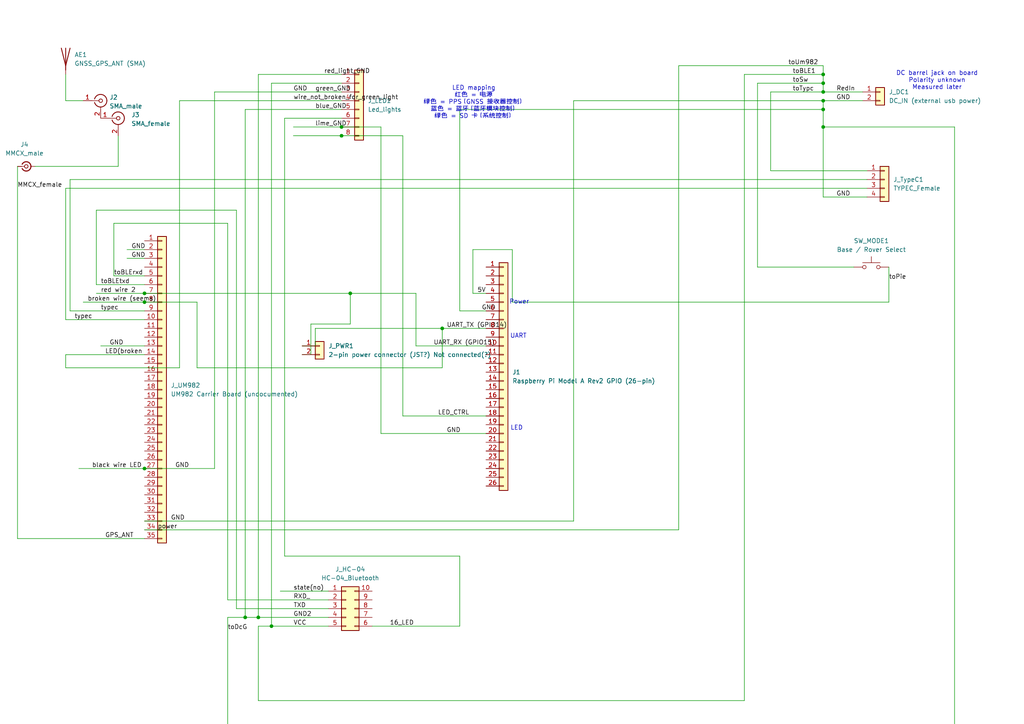
<source format=kicad_sch>
(kicad_sch (version 20250114) (generator "eeschema") (generator_version "9.0")
  (paper "A4")
  (lib_symbols
    (symbol "Connector:Conn_Coaxial" (pin_names (offset 1.016) (hide yes))
      (property "Reference" "J" (at 0.254 3.048 0))
      (property "Value" "Conn_Coaxial" (at 2.921 0 90))
      (symbol "Conn_Coaxial_0_1"
        (polyline (pts (xy -2.54 0) (xy -0.508 0)))
        (arc (start 1.778 0) (mid 0.222 -1.8079) (end -1.778 -0.508) (stroke (width 0.254)))
        (arc (start -1.778 0.508) (mid 0.2221 1.8084) (end 1.778 0) (stroke (width 0.254)))
        (circle (center 0 0) (radius 0.508) (stroke (width 0.2032)))
        (polyline (pts (xy 0 -2.54) (xy 0 -1.778)))
      )
      (symbol "Conn_Coaxial_1_1"
        (pin passive line (at -5.08 0 0) (length 2.54) (name "In") (number "1"))
        (pin passive line (at 0 -5.08 90) (length 2.54) (name "Ext") (number "2"))
      )
    )
    (symbol "Connector:Conn_Coaxial_Small" (pin_numbers (hide yes)) (pin_names (offset 1.016) (hide yes))
      (property "Reference" "J" (at 0.254 3.048 0))
      (property "Value" "Conn_Coaxial_Small" (at 0 -3.81 0))
      (symbol "Conn_Coaxial_Small_0_1"
        (polyline (pts (xy -2.54 0) (xy -0.508 0)))
        (circle (center 0 0) (radius 0.508) (stroke (width 0.2032)))
      )
      (symbol "Conn_Coaxial_Small_1_1"
        (arc (start 1.3484 0.0039) (mid 0.327 -1.308) (end -1.1916 -0.6311) (stroke (width 0.3048)))
        (arc (start -1.1916 0.6311) (mid 0.327 1.3081) (end 1.3484 -0.0039) (stroke (width 0.3048)))
        (pin passive line (at -2.54 0 0) (length 1.27) (name "In") (number "1"))
        (pin passive line (at 2.54 0 180) (length 1.27) (name "Ext") (number "2"))
      )
    )
    (symbol "Connector_Generic:Conn_01x02" (pin_names (offset 1.016) (hide yes))
      (property "Reference" "J" (at 0 2.54 0))
      (property "Value" "Conn_01x02" (at 0 -5.08 0))
      (symbol "Conn_01x02_1_1"
        (rectangle (start -1.27 1.27) (end 1.27 -3.81) (stroke (width 0.254)) (fill (type background)))
        (rectangle (start -1.27 0.127) (end 0 -0.127) (stroke (width 0.1524)))
        (rectangle (start -1.27 -2.413) (end 0 -2.667) (stroke (width 0.1524)))
        (pin passive line (at -5.08 0 0) (length 3.81) (name "Pin_1") (number "1"))
        (pin passive line (at -5.08 -2.54 0) (length 3.81) (name "Pin_2") (number "2"))
      )
    )
    (symbol "Connector_Generic:Conn_01x04" (pin_names (offset 1.016) (hide yes))
      (property "Reference" "J" (at 0 5.08 0))
      (property "Value" "Conn_01x04" (at 0 -7.62 0))
      (symbol "Conn_01x04_1_1"
        (rectangle (start -1.27 3.81) (end 1.27 -6.35) (stroke (width 0.254)) (fill (type background)))
        (rectangle (start -1.27 2.667) (end 0 2.413) (stroke (width 0.1524)))
        (rectangle (start -1.27 0.127) (end 0 -0.127) (stroke (width 0.1524)))
        (rectangle (start -1.27 -2.413) (end 0 -2.667) (stroke (width 0.1524)))
        (rectangle (start -1.27 -4.953) (end 0 -5.207) (stroke (width 0.1524)))
        (pin passive line (at -5.08 2.54 0) (length 3.81) (name "Pin_1") (number "1"))
        (pin passive line (at -5.08 0 0) (length 3.81) (name "Pin_2") (number "2"))
        (pin passive line (at -5.08 -2.54 0) (length 3.81) (name "Pin_3") (number "3"))
        (pin passive line (at -5.08 -5.08 0) (length 3.81) (name "Pin_4") (number "4"))
      )
    )
    (symbol "Connector_Generic:Conn_01x08" (pin_names (offset 1.016) (hide yes))
      (property "Reference" "J" (at 0 10.16 0))
      (property "Value" "Conn_01x08" (at 0 -12.7 0))
      (symbol "Conn_01x08_1_1"
        (rectangle (start -1.27 8.89) (end 1.27 -11.43) (stroke (width 0.254)) (fill (type background)))
        (rectangle (start -1.27 7.747) (end 0 7.493) (stroke (width 0.1524)))
        (rectangle (start -1.27 5.207) (end 0 4.953) (stroke (width 0.1524)))
        (rectangle (start -1.27 2.667) (end 0 2.413) (stroke (width 0.1524)))
        (rectangle (start -1.27 0.127) (end 0 -0.127) (stroke (width 0.1524)))
        (rectangle (start -1.27 -2.413) (end 0 -2.667) (stroke (width 0.1524)))
        (rectangle (start -1.27 -4.953) (end 0 -5.207) (stroke (width 0.1524)))
        (rectangle (start -1.27 -7.493) (end 0 -7.747) (stroke (width 0.1524)))
        (rectangle (start -1.27 -10.033) (end 0 -10.287) (stroke (width 0.1524)))
        (pin passive line (at -5.08 7.62 0) (length 3.81) (name "Pin_1") (number "1"))
        (pin passive line (at -5.08 5.08 0) (length 3.81) (name "Pin_2") (number "2"))
        (pin passive line (at -5.08 2.54 0) (length 3.81) (name "Pin_3") (number "3"))
        (pin passive line (at -5.08 0 0) (length 3.81) (name "Pin_4") (number "4"))
        (pin passive line (at -5.08 -2.54 0) (length 3.81) (name "Pin_5") (number "5"))
        (pin passive line (at -5.08 -5.08 0) (length 3.81) (name "Pin_6") (number "6"))
        (pin passive line (at -5.08 -7.62 0) (length 3.81) (name "Pin_7") (number "7"))
        (pin passive line (at -5.08 -10.16 0) (length 3.81) (name "Pin_8") (number "8"))
      )
    )
    (symbol "Connector_Generic:Conn_01x26" (pin_names (offset 1.016) (hide yes))
      (property "Reference" "J" (at 0 33.02 0))
      (property "Value" "Conn_01x26" (at 0 -35.56 0))
      (symbol "Conn_01x26_1_1"
        (rectangle (start -1.27 31.75) (end 1.27 -34.29) (stroke (width 0.254)) (fill (type background)))
        (rectangle (start -1.27 30.607) (end 0 30.353) (stroke (width 0.1524)))
        (rectangle (start -1.27 28.067) (end 0 27.813) (stroke (width 0.1524)))
        (rectangle (start -1.27 25.527) (end 0 25.273) (stroke (width 0.1524)))
        (rectangle (start -1.27 22.987) (end 0 22.733) (stroke (width 0.1524)))
        (rectangle (start -1.27 20.447) (end 0 20.193) (stroke (width 0.1524)))
        (rectangle (start -1.27 17.907) (end 0 17.653) (stroke (width 0.1524)))
        (rectangle (start -1.27 15.367) (end 0 15.113) (stroke (width 0.1524)))
        (rectangle (start -1.27 12.827) (end 0 12.573) (stroke (width 0.1524)))
        (rectangle (start -1.27 10.287) (end 0 10.033) (stroke (width 0.1524)))
        (rectangle (start -1.27 7.747) (end 0 7.493) (stroke (width 0.1524)))
        (rectangle (start -1.27 5.207) (end 0 4.953) (stroke (width 0.1524)))
        (rectangle (start -1.27 2.667) (end 0 2.413) (stroke (width 0.1524)))
        (rectangle (start -1.27 0.127) (end 0 -0.127) (stroke (width 0.1524)))
        (rectangle (start -1.27 -2.413) (end 0 -2.667) (stroke (width 0.1524)))
        (rectangle (start -1.27 -4.953) (end 0 -5.207) (stroke (width 0.1524)))
        (rectangle (start -1.27 -7.493) (end 0 -7.747) (stroke (width 0.1524)))
        (rectangle (start -1.27 -10.033) (end 0 -10.287) (stroke (width 0.1524)))
        (rectangle (start -1.27 -12.573) (end 0 -12.827) (stroke (width 0.1524)))
        (rectangle (start -1.27 -15.113) (end 0 -15.367) (stroke (width 0.1524)))
        (rectangle (start -1.27 -17.653) (end 0 -17.907) (stroke (width 0.1524)))
        (rectangle (start -1.27 -20.193) (end 0 -20.447) (stroke (width 0.1524)))
        (rectangle (start -1.27 -22.733) (end 0 -22.987) (stroke (width 0.1524)))
        (rectangle (start -1.27 -25.273) (end 0 -25.527) (stroke (width 0.1524)))
        (rectangle (start -1.27 -27.813) (end 0 -28.067) (stroke (width 0.1524)))
        (rectangle (start -1.27 -30.353) (end 0 -30.607) (stroke (width 0.1524)))
        (rectangle (start -1.27 -32.893) (end 0 -33.147) (stroke (width 0.1524)))
        (pin passive line (at -5.08 30.48 0) (length 3.81) (name "Pin_1") (number "1"))
        (pin passive line (at -5.08 27.94 0) (length 3.81) (name "Pin_2") (number "2"))
        (pin passive line (at -5.08 25.4 0) (length 3.81) (name "Pin_3") (number "3"))
        (pin passive line (at -5.08 22.86 0) (length 3.81) (name "Pin_4") (number "4"))
        (pin passive line (at -5.08 20.32 0) (length 3.81) (name "Pin_5") (number "5"))
        (pin passive line (at -5.08 17.78 0) (length 3.81) (name "Pin_6") (number "6"))
        (pin passive line (at -5.08 15.24 0) (length 3.81) (name "Pin_7") (number "7"))
        (pin passive line (at -5.08 12.7 0) (length 3.81) (name "Pin_8") (number "8"))
        (pin passive line (at -5.08 10.16 0) (length 3.81) (name "Pin_9") (number "9"))
        (pin passive line (at -5.08 7.62 0) (length 3.81) (name "Pin_10") (number "10"))
        (pin passive line (at -5.08 5.08 0) (length 3.81) (name "Pin_11") (number "11"))
        (pin passive line (at -5.08 2.54 0) (length 3.81) (name "Pin_12") (number "12"))
        (pin passive line (at -5.08 0 0) (length 3.81) (name "Pin_13") (number "13"))
        (pin passive line (at -5.08 -2.54 0) (length 3.81) (name "Pin_14") (number "14"))
        (pin passive line (at -5.08 -5.08 0) (length 3.81) (name "Pin_15") (number "15"))
        (pin passive line (at -5.08 -7.62 0) (length 3.81) (name "Pin_16") (number "16"))
        (pin passive line (at -5.08 -10.16 0) (length 3.81) (name "Pin_17") (number "17"))
        (pin passive line (at -5.08 -12.7 0) (length 3.81) (name "Pin_18") (number "18"))
        (pin passive line (at -5.08 -15.24 0) (length 3.81) (name "Pin_19") (number "19"))
        (pin passive line (at -5.08 -17.78 0) (length 3.81) (name "Pin_20") (number "20"))
        (pin passive line (at -5.08 -20.32 0) (length 3.81) (name "Pin_21") (number "21"))
        (pin passive line (at -5.08 -22.86 0) (length 3.81) (name "Pin_22") (number "22"))
        (pin passive line (at -5.08 -25.4 0) (length 3.81) (name "Pin_23") (number "23"))
        (pin passive line (at -5.08 -27.94 0) (length 3.81) (name "Pin_24") (number "24"))
        (pin passive line (at -5.08 -30.48 0) (length 3.81) (name "Pin_25") (number "25"))
        (pin passive line (at -5.08 -33.02 0) (length 3.81) (name "Pin_26") (number "26"))
      )
    )
    (symbol "Connector_Generic:Conn_01x35" (pin_names (offset 1.016) (hide yes))
      (property "Reference" "J" (at 0 45.72 0))
      (property "Value" "Conn_01x35" (at 0 -45.72 0))
      (symbol "Conn_01x35_1_1"
        (rectangle (start -1.27 44.45) (end 1.27 -44.45) (stroke (width 0.254)) (fill (type background)))
        (rectangle (start -1.27 43.307) (end 0 43.053) (stroke (width 0.1524)))
        (rectangle (start -1.27 40.767) (end 0 40.513) (stroke (width 0.1524)))
        (rectangle (start -1.27 38.227) (end 0 37.973) (stroke (width 0.1524)))
        (rectangle (start -1.27 35.687) (end 0 35.433) (stroke (width 0.1524)))
        (rectangle (start -1.27 33.147) (end 0 32.893) (stroke (width 0.1524)))
        (rectangle (start -1.27 30.607) (end 0 30.353) (stroke (width 0.1524)))
        (rectangle (start -1.27 28.067) (end 0 27.813) (stroke (width 0.1524)))
        (rectangle (start -1.27 25.527) (end 0 25.273) (stroke (width 0.1524)))
        (rectangle (start -1.27 22.987) (end 0 22.733) (stroke (width 0.1524)))
        (rectangle (start -1.27 20.447) (end 0 20.193) (stroke (width 0.1524)))
        (rectangle (start -1.27 17.907) (end 0 17.653) (stroke (width 0.1524)))
        (rectangle (start -1.27 15.367) (end 0 15.113) (stroke (width 0.1524)))
        (rectangle (start -1.27 12.827) (end 0 12.573) (stroke (width 0.1524)))
        (rectangle (start -1.27 10.287) (end 0 10.033) (stroke (width 0.1524)))
        (rectangle (start -1.27 7.747) (end 0 7.493) (stroke (width 0.1524)))
        (rectangle (start -1.27 5.207) (end 0 4.953) (stroke (width 0.1524)))
        (rectangle (start -1.27 2.667) (end 0 2.413) (stroke (width 0.1524)))
        (rectangle (start -1.27 0.127) (end 0 -0.127) (stroke (width 0.1524)))
        (rectangle (start -1.27 -2.413) (end 0 -2.667) (stroke (width 0.1524)))
        (rectangle (start -1.27 -4.953) (end 0 -5.207) (stroke (width 0.1524)))
        (rectangle (start -1.27 -7.493) (end 0 -7.747) (stroke (width 0.1524)))
        (rectangle (start -1.27 -10.033) (end 0 -10.287) (stroke (width 0.1524)))
        (rectangle (start -1.27 -12.573) (end 0 -12.827) (stroke (width 0.1524)))
        (rectangle (start -1.27 -15.113) (end 0 -15.367) (stroke (width 0.1524)))
        (rectangle (start -1.27 -17.653) (end 0 -17.907) (stroke (width 0.1524)))
        (rectangle (start -1.27 -20.193) (end 0 -20.447) (stroke (width 0.1524)))
        (rectangle (start -1.27 -22.733) (end 0 -22.987) (stroke (width 0.1524)))
        (rectangle (start -1.27 -25.273) (end 0 -25.527) (stroke (width 0.1524)))
        (rectangle (start -1.27 -27.813) (end 0 -28.067) (stroke (width 0.1524)))
        (rectangle (start -1.27 -30.353) (end 0 -30.607) (stroke (width 0.1524)))
        (rectangle (start -1.27 -32.893) (end 0 -33.147) (stroke (width 0.1524)))
        (rectangle (start -1.27 -35.433) (end 0 -35.687) (stroke (width 0.1524)))
        (rectangle (start -1.27 -37.973) (end 0 -38.227) (stroke (width 0.1524)))
        (rectangle (start -1.27 -40.513) (end 0 -40.767) (stroke (width 0.1524)))
        (rectangle (start -1.27 -43.053) (end 0 -43.307) (stroke (width 0.1524)))
        (pin passive line (at -5.08 43.18 0) (length 3.81) (name "Pin_1") (number "1"))
        (pin passive line (at -5.08 40.64 0) (length 3.81) (name "Pin_2") (number "2"))
        (pin passive line (at -5.08 38.1 0) (length 3.81) (name "Pin_3") (number "3"))
        (pin passive line (at -5.08 35.56 0) (length 3.81) (name "Pin_4") (number "4"))
        (pin passive line (at -5.08 33.02 0) (length 3.81) (name "Pin_5") (number "5"))
        (pin passive line (at -5.08 30.48 0) (length 3.81) (name "Pin_6") (number "6"))
        (pin passive line (at -5.08 27.94 0) (length 3.81) (name "Pin_7") (number "7"))
        (pin passive line (at -5.08 25.4 0) (length 3.81) (name "Pin_8") (number "8"))
        (pin passive line (at -5.08 22.86 0) (length 3.81) (name "Pin_9") (number "9"))
        (pin passive line (at -5.08 20.32 0) (length 3.81) (name "Pin_10") (number "10"))
        (pin passive line (at -5.08 17.78 0) (length 3.81) (name "Pin_11") (number "11"))
        (pin passive line (at -5.08 15.24 0) (length 3.81) (name "Pin_12") (number "12"))
        (pin passive line (at -5.08 12.7 0) (length 3.81) (name "Pin_13") (number "13"))
        (pin passive line (at -5.08 10.16 0) (length 3.81) (name "Pin_14") (number "14"))
        (pin passive line (at -5.08 7.62 0) (length 3.81) (name "Pin_15") (number "15"))
        (pin passive line (at -5.08 5.08 0) (length 3.81) (name "Pin_16") (number "16"))
        (pin passive line (at -5.08 2.54 0) (length 3.81) (name "Pin_17") (number "17"))
        (pin passive line (at -5.08 0 0) (length 3.81) (name "Pin_18") (number "18"))
        (pin passive line (at -5.08 -2.54 0) (length 3.81) (name "Pin_19") (number "19"))
        (pin passive line (at -5.08 -5.08 0) (length 3.81) (name "Pin_20") (number "20"))
        (pin passive line (at -5.08 -7.62 0) (length 3.81) (name "Pin_21") (number "21"))
        (pin passive line (at -5.08 -10.16 0) (length 3.81) (name "Pin_22") (number "22"))
        (pin passive line (at -5.08 -12.7 0) (length 3.81) (name "Pin_23") (number "23"))
        (pin passive line (at -5.08 -15.24 0) (length 3.81) (name "Pin_24") (number "24"))
        (pin passive line (at -5.08 -17.78 0) (length 3.81) (name "Pin_25") (number "25"))
        (pin passive line (at -5.08 -20.32 0) (length 3.81) (name "Pin_26") (number "26"))
        (pin passive line (at -5.08 -22.86 0) (length 3.81) (name "Pin_27") (number "27"))
        (pin passive line (at -5.08 -25.4 0) (length 3.81) (name "Pin_28") (number "28"))
        (pin passive line (at -5.08 -27.94 0) (length 3.81) (name "Pin_29") (number "29"))
        (pin passive line (at -5.08 -30.48 0) (length 3.81) (name "Pin_30") (number "30"))
        (pin passive line (at -5.08 -33.02 0) (length 3.81) (name "Pin_31") (number "31"))
        (pin passive line (at -5.08 -35.56 0) (length 3.81) (name "Pin_32") (number "32"))
        (pin passive line (at -5.08 -38.1 0) (length 3.81) (name "Pin_33") (number "33"))
        (pin passive line (at -5.08 -40.64 0) (length 3.81) (name "Pin_34") (number "34"))
        (pin passive line (at -5.08 -43.18 0) (length 3.81) (name "Pin_35") (number "35"))
      )
    )
    (symbol "Connector_Generic:Conn_02x05_Counter_Clockwise" (pin_names (offset 1.016) (hide yes))
      (property "Reference" "J" (at 1.27 7.62 0))
      (property "Value" "Conn_02x05_Counter_Clockwise" (at 1.27 -7.62 0))
      (symbol "Conn_02x05_Counter_Clockwise_1_1"
        (rectangle (start -1.27 6.35) (end 3.81 -6.35) (stroke (width 0.254)) (fill (type background)))
        (rectangle (start -1.27 5.207) (end 0 4.953) (stroke (width 0.1524)))
        (rectangle (start -1.27 2.667) (end 0 2.413) (stroke (width 0.1524)))
        (rectangle (start -1.27 0.127) (end 0 -0.127) (stroke (width 0.1524)))
        (rectangle (start -1.27 -2.413) (end 0 -2.667) (stroke (width 0.1524)))
        (rectangle (start -1.27 -4.953) (end 0 -5.207) (stroke (width 0.1524)))
        (rectangle (start 3.81 5.207) (end 2.54 4.953) (stroke (width 0.1524)))
        (rectangle (start 3.81 2.667) (end 2.54 2.413) (stroke (width 0.1524)))
        (rectangle (start 3.81 0.127) (end 2.54 -0.127) (stroke (width 0.1524)))
        (rectangle (start 3.81 -2.413) (end 2.54 -2.667) (stroke (width 0.1524)))
        (rectangle (start 3.81 -4.953) (end 2.54 -5.207) (stroke (width 0.1524)))
        (pin passive line (at -5.08 5.08 0) (length 3.81) (name "Pin_1") (number "1"))
        (pin passive line (at -5.08 2.54 0) (length 3.81) (name "Pin_2") (number "2"))
        (pin passive line (at -5.08 0 0) (length 3.81) (name "Pin_3") (number "3"))
        (pin passive line (at -5.08 -2.54 0) (length 3.81) (name "Pin_4") (number "4"))
        (pin passive line (at -5.08 -5.08 0) (length 3.81) (name "Pin_5") (number "5"))
        (pin passive line (at 7.62 5.08 180) (length 3.81) (name "Pin_10") (number "10"))
        (pin passive line (at 7.62 2.54 180) (length 3.81) (name "Pin_9") (number "9"))
        (pin passive line (at 7.62 0 180) (length 3.81) (name "Pin_8") (number "8"))
        (pin passive line (at 7.62 -2.54 180) (length 3.81) (name "Pin_7") (number "7"))
        (pin passive line (at 7.62 -5.08 180) (length 3.81) (name "Pin_6") (number "6"))
      )
    )
    (symbol "Device:Antenna" (pin_numbers (hide yes)) (pin_names (offset 1.016) (hide yes))
      (property "Reference" "AE" (at -1.905 1.905 0))
      (property "Value" "Antenna" (at -1.905 0 0))
      (symbol "Antenna_0_1"
        (polyline (pts (xy 0 2.54) (xy 0 -3.81)) (stroke (width 0.254)))
        (polyline (pts (xy 1.27 2.54) (xy 0 -2.54) (xy -1.27 2.54)) (stroke (width 0.254)))
      )
      (symbol "Antenna_1_1"
        (pin input line (at 0 -5.08 90) (length 2.54) (name "A") (number "1"))
      )
    )
    (symbol "Switch:SW_Push" (pin_numbers (hide yes)) (pin_names (offset 1.016) (hide yes))
      (property "Reference" "SW" (at 1.27 2.54 0))
      (property "Value" "SW_Push" (at 0 -1.524 0))
      (symbol "SW_Push_0_1"
        (circle (center -2.032 0) (radius 0.508))
        (polyline (pts (xy 0 1.27) (xy 0 3.048)))
        (circle (center 2.032 0) (radius 0.508))
        (polyline (pts (xy 2.54 1.27) (xy -2.54 1.27)))
        (pin passive line (at -5.08 0 0) (length 2.54) (name "1") (number "1"))
        (pin passive line (at 5.08 0 180) (length 2.54) (name "2") (number "2"))
      )
    )
  )
  (text "LED mapping\n红色 = 电源\n绿色 = PPS（GNSS 接收器控制）\n蓝色 = 蓝牙（蓝牙模块控制）\n绿色 = SD 卡（系统控制）" (at 137.414 29.718 0) (effects (font (size 1.27 1.27))))
  (text "Power" (at 150.622 87.63 0) (effects (font (size 1.27 1.27))))
  (text "DC barrel jack on board\nPolarity unknown\nMeasured later" (at 271.78 23.368 0) (effects (font (size 1.27 1.27))))
  (text ". LIME LED（存储卡读写指示灯）\n闪烁模式	状态	含义\n频繁闪烁	读写中	SD 卡正在读写数据\n偶尔闪烁	正常	系统正常访问 SD 卡\n不亮	空闲	SD 卡无活动\n常亮	异常	可能卡住或错误" (at 127.508 -54.356 0) (effects (font (size 1.27 1.27))))
  (text "（yes）所有电源红线已入图x4 \n（yes）switch 所有线已经入图\n(yes) Led已全部入图\n（yes）bluetooth 入图\n（yes） switch black 线x4\n（yes）respie 6x\n( )um982\n" (at 324.866 60.452 0) (effects (font (size 1.27 1.27))))
  (text "1. 红色 LED（电源指示灯）\n闪烁模式	状态	含义\n常亮	正常	系统已通电，电源正常\n不亮	异常	无电源或电源故障\n闪烁	异常	电源不稳定或电压异常" (at 129.794 -24.13 0) (effects (font (size 1.27 1.27))))
  (text "UART" (at 150.368 97.536 0) (effects (font (size 1.27 1.27))))
  (text ". 蓝色 LED（蓝牙指示灯）\n闪烁模式	状态	含义\n常亮	已连接	蓝牙已连接设备\n快速闪烁	未连接	蓝牙开启但未连接\n慢速闪烁	配对模式	蓝牙处于配对模式\n不亮	关闭	蓝牙未开启或禁用\n双闪	错误	蓝牙连接错误" (at 131.064 -37.846 0) (effects (font (size 1.27 1.27))))
  (text "Green Led: 闪烁模式	状态	含义\n常亮	正常	PPS 信号稳定，GNSS 锁定\n每秒闪烁 1 次	正常	PPS 信号正常（每秒一个脉冲）\n快速闪烁	搜索中	GNSS 正在搜索卫星\n慢速闪烁	弱信号	信号较弱，但仍有 PPS\n不亮	无信号	无 GNSS 信号或接收器未工作\n不规则闪烁	不稳定	PPS 信号不稳定" (at 137.922 -9.906 0) (effects (font (size 1.27 1.27))))
  (text "LED" (at 149.86 124.206 0) (effects (font (size 1.27 1.27))))
  (junction (at 238.76 26.67))
  (junction (at 41.91 85.09))
  (junction (at 78.74 181.61))
  (junction (at 41.91 87.63))
  (junction (at 238.76 31.75))
  (junction (at 99.06 36.83))
  (junction (at 74.93 179.07))
  (junction (at 238.76 29.21))
  (junction (at 238.76 36.83))
  (junction (at 128.27 95.25))
  (junction (at 41.91 135.89))
  (junction (at 99.06 39.37))
  (junction (at 71.12 179.07))
  (junction (at 101.6 85.09))
  (junction (at 238.76 24.13))
  (junction (at 238.76 21.59))
  (wire (pts (xy 74.93 21.59) (xy 99.06 21.59)))
  (wire (pts (xy 238.76 26.67) (xy 238.76 24.13)))
  (wire (pts (xy 20.32 90.17) (xy 20.32 52.07)))
  (wire (pts (xy 101.6 85.09) (xy 101.6 93.98)))
  (wire (pts (xy 20.32 52.07) (xy 251.46 52.07)))
  (wire (pts (xy 110.49 36.83) (xy 110.49 125.73)))
  (wire (pts (xy 68.58 60.96) (xy 68.58 176.53)))
  (wire (pts (xy 19.05 21.59) (xy 19.05 29.21)))
  (wire (pts (xy 74.93 181.61) (xy 78.74 181.61)))
  (wire (pts (xy 19.05 54.61) (xy 251.46 54.61)))
  (wire (pts (xy 27.94 60.96) (xy 68.58 60.96)))
  (wire (pts (xy 196.85 19.05) (xy 196.85 153.67)))
  (wire (pts (xy 62.23 26.67) (xy 99.06 26.67)))
  (wire (pts (xy 120.65 100.33) (xy 140.97 100.33)))
  (wire (pts (xy 223.52 26.67) (xy 223.52 49.53)))
  (wire (pts (xy 90.17 102.87) (xy 87.63 102.87)))
  (wire (pts (xy 91.44 100.33) (xy 87.63 100.33)))
  (wire (pts (xy 238.76 24.13) (xy 219.71 24.13)))
  (wire (pts (xy 101.6 85.09) (xy 120.65 85.09)))
  (wire (pts (xy 74.93 21.59) (xy 74.93 179.07)))
  (wire (pts (xy 33.02 64.77) (xy 66.04 64.77)))
  (wire (pts (xy 128.27 95.25) (xy 140.97 95.25)))
  (wire (pts (xy 219.71 24.13) (xy 219.71 77.47)))
  (wire (pts (xy 27.94 82.55) (xy 27.94 60.96)))
  (wire (pts (xy 82.55 34.29) (xy 99.06 34.29)))
  (wire (pts (xy 52.07 29.21) (xy 52.07 106.68)))
  (wire (pts (xy 137.16 85.09) (xy 137.16 72.39)))
  (wire (pts (xy 66.04 226.06) (xy 276.86 226.06)))
  (wire (pts (xy 52.07 106.68) (xy 19.05 106.68)))
  (wire (pts (xy 215.9 21.59) (xy 215.9 203.2)))
  (wire (pts (xy 71.12 179.07) (xy 74.93 179.07)))
  (wire (pts (xy 133.35 31.75) (xy 238.76 31.75)))
  (wire (pts (xy 133.35 90.17) (xy 140.97 90.17)))
  (wire (pts (xy 110.49 125.73) (xy 140.97 125.73)))
  (wire (pts (xy 33.02 80.01) (xy 41.91 80.01)))
  (wire (pts (xy 196.85 19.05) (xy 238.76 19.05)))
  (wire (pts (xy 20.32 90.17) (xy 41.91 90.17)))
  (wire (pts (xy 238.76 26.67) (xy 250.19 26.67)))
  (wire (pts (xy 91.44 100.33) (xy 91.44 95.25)))
  (wire (pts (xy 166.37 29.21) (xy 166.37 151.13)))
  (wire (pts (xy 62.23 26.67) (xy 62.23 135.89)))
  (wire (pts (xy 41.91 153.67) (xy 196.85 153.67)))
  (wire (pts (xy 36.83 74.93) (xy 41.91 74.93)))
  (wire (pts (xy 66.04 179.07) (xy 71.12 179.07)))
  (wire (pts (xy 36.83 72.39) (xy 41.91 72.39)))
  (wire (pts (xy 238.76 57.15) (xy 251.46 57.15)))
  (wire (pts (xy 34.29 39.37) (xy 34.29 48.26)))
  (wire (pts (xy 219.71 77.47) (xy 247.65 77.47)))
  (wire (pts (xy 29.21 100.33) (xy 41.91 100.33)))
  (wire (pts (xy 257.81 87.63) (xy 257.81 77.47)))
  (wire (pts (xy 133.35 161.29) (xy 133.35 181.61)))
  (wire (pts (xy 148.59 72.39) (xy 148.59 87.63)))
  (wire (pts (xy 68.58 176.53) (xy 95.25 176.53)))
  (wire (pts (xy 82.55 34.29) (xy 82.55 161.29)))
  (wire (pts (xy 27.94 85.09) (xy 41.91 85.09)))
  (wire (pts (xy 66.04 179.07) (xy 66.04 226.06)))
  (wire (pts (xy 81.28 171.45) (xy 95.25 171.45)))
  (wire (pts (xy 223.52 49.53) (xy 251.46 49.53)))
  (wire (pts (xy 148.59 87.63) (xy 257.81 87.63)))
  (wire (pts (xy 91.44 95.25) (xy 128.27 95.25)))
  (wire (pts (xy 52.07 29.21) (xy 99.06 29.21)))
  (wire (pts (xy 276.86 36.83) (xy 238.76 36.83)))
  (wire (pts (xy 238.76 19.05) (xy 238.76 21.59)))
  (wire (pts (xy 99.06 39.37) (xy 116.84 39.37)))
  (wire (pts (xy 215.9 21.59) (xy 238.76 21.59)))
  (wire (pts (xy 166.37 29.21) (xy 238.76 29.21)))
  (wire (pts (xy 5.08 156.21) (xy 41.91 156.21)))
  (wire (pts (xy 57.15 106.68) (xy 128.27 106.68)))
  (wire (pts (xy 99.06 36.83) (xy 110.49 36.83)))
  (wire (pts (xy 5.08 48.26) (xy 5.08 156.21)))
  (wire (pts (xy 238.76 29.21) (xy 238.76 31.75)))
  (wire (pts (xy 215.9 203.2) (xy 74.93 203.2)))
  (wire (pts (xy 74.93 203.2) (xy 74.93 181.61)))
  (wire (pts (xy 82.55 161.29) (xy 133.35 161.29)))
  (wire (pts (xy 107.95 181.61) (xy 133.35 181.61)))
  (wire (pts (xy 116.84 39.37) (xy 116.84 120.65)))
  (wire (pts (xy 19.05 29.21) (xy 24.13 29.21)))
  (wire (pts (xy 238.76 21.59) (xy 238.76 24.13)))
  (wire (pts (xy 33.02 80.01) (xy 33.02 64.77)))
  (wire (pts (xy 41.91 151.13) (xy 166.37 151.13)))
  (wire (pts (xy 22.86 135.89) (xy 41.91 135.89)))
  (wire (pts (xy 78.74 181.61) (xy 95.25 181.61)))
  (wire (pts (xy 223.52 26.67) (xy 238.76 26.67)))
  (wire (pts (xy 57.15 106.68) (xy 57.15 87.63)))
  (wire (pts (xy 78.74 24.13) (xy 78.74 181.61)))
  (wire (pts (xy 78.74 24.13) (xy 99.06 24.13)))
  (wire (pts (xy 66.04 64.77) (xy 66.04 173.99)))
  (wire (pts (xy 133.35 90.17) (xy 133.35 31.75)))
  (wire (pts (xy 71.12 31.75) (xy 99.06 31.75)))
  (wire (pts (xy 90.17 93.98) (xy 101.6 93.98)))
  (wire (pts (xy 116.84 120.65) (xy 140.97 120.65)))
  (wire (pts (xy 19.05 92.71) (xy 41.91 92.71)))
  (wire (pts (xy 71.12 31.75) (xy 71.12 179.07)))
  (wire (pts (xy 19.05 92.71) (xy 19.05 54.61)))
  (wire (pts (xy 41.91 87.63) (xy 57.15 87.63)))
  (wire (pts (xy 66.04 173.99) (xy 95.25 173.99)))
  (wire (pts (xy 238.76 29.21) (xy 250.19 29.21)))
  (wire (pts (xy 137.16 72.39) (xy 148.59 72.39)))
  (wire (pts (xy 74.93 179.07) (xy 95.25 179.07)))
  (wire (pts (xy 85.09 36.83) (xy 99.06 36.83)))
  (wire (pts (xy 85.09 39.37) (xy 99.06 39.37)))
  (wire (pts (xy 24.13 87.63) (xy 41.91 87.63)))
  (wire (pts (xy 128.27 95.25) (xy 128.27 106.68)))
  (wire (pts (xy 41.91 135.89) (xy 62.23 135.89)))
  (wire (pts (xy 19.05 102.87) (xy 41.91 102.87)))
  (wire (pts (xy 238.76 36.83) (xy 238.76 57.15)))
  (wire (pts (xy 238.76 31.75) (xy 238.76 36.83)))
  (wire (pts (xy 10.16 48.26) (xy 34.29 48.26)))
  (wire (pts (xy 41.91 85.09) (xy 101.6 85.09)))
  (wire (pts (xy 120.65 100.33) (xy 120.65 85.09)))
  (wire (pts (xy 27.94 82.55) (xy 41.91 82.55)))
  (wire (pts (xy 19.05 106.68) (xy 19.05 102.87)))
  (wire (pts (xy 90.17 102.87) (xy 90.17 93.98)))
  (wire (pts (xy 276.86 226.06) (xy 276.86 36.83)))
  (wire (pts (xy 137.16 85.09) (xy 140.97 85.09)))
  (label "16_LED" (at 113.03 181.61 0))
  (label "VCC" (at 85.09 181.61 0))
  (label "blue_GND" (at 91.44 31.75 0))
  (label "GND" (at 31.75 100.33 0))
  (label "UART_RX (GPIO15)" (at 125.73 100.33 0))
  (label "toDcG" (at 66.04 182.88 0))
  (label "red_light_GND" (at 93.98 21.59 0))
  (label "GND" (at 50.8 135.89 0))
  (label "5V" (at 138.43 85.09 0))
  (label "toBLE1" (at 229.87 21.59 0))
  (label "toTypc" (at 229.87 26.67 0))
  (label "GND" (at 242.57 29.21 0))
  (label "power" (at 45.72 153.67 0))
  (label "GND2" (at 85.09 179.07 0))
  (label "lime_GND" (at 91.44 36.83 0))
  (label "wire_not_broken_for_green_light" (at 85.09 29.21 0))
  (label "toBLErxd" (at 33.02 80.01 0))
  (label "GND" (at 242.57 57.15 0))
  (label "RXD_" (at 85.09 173.99 0))
  (label "MMCX_female" (at 5.08 54.61 0))
  (label "LED_CTRL" (at 127 120.65 0))
  (label "typec" (at 21.59 92.71 0))
  (label "GND" (at 139.7 90.17 0))
  (label "toSw" (at 229.87 24.13 0))
  (label "toUm982" (at 228.6 19.05 0))
  (label "green_GND" (at 91.44 26.67 0))
  (label "typec" (at 29.21 90.17 0))
  (label "GND" (at 38.1 72.39 0))
  (label "GND" (at 129.54 125.73 0))
  (label "GND" (at 38.1 74.93 0))
  (label "GND" (at 85.09 26.67 0))
  (label "black wire LED" (at 26.67 135.89 0))
  (label "toPie" (at 257.81 81.28 0))
  (label "UART_TX (GPIO14)" (at 129.54 95.25 0))
  (label "RedIn" (at 242.57 26.67 0))
  (label "red wire 2" (at 29.21 85.09 0))
  (label "TXD" (at 85.09 176.53 0))
  (label "GPS_ANT" (at 30.48 156.21 0))
  (label "broken wire (seems)" (at 25.4 87.63 0))
  (label "toBLEtxd" (at 29.21 82.55 0))
  (label "state(no)" (at 85.09 171.45 0))
  (label "GND" (at 49.53 151.13 0))
  (label "LED(broken" (at 30.48 102.87 0))
  (symbol (lib_id "Connector_Generic:Conn_01x35") (at 46.99 113.03 0) (unit 1)
    (property "Reference" "J_UM982" (at 49.53 111.7599 0) (effects (justify left)))
    (property "Value" "UM982 Carrier Board (undocumented)" (at 49.53 114.2999 0) (effects (justify left)))
    (property "Description" "Generic connector, single row, 01x35, script generated (kicad-library-utils/schlib/autogen/connector/)" (effects (hide yes)))
  )
  (symbol (lib_id "Connector_Generic:Conn_01x08") (at 104.14 29.21 0) (unit 1)
    (property "Reference" "J_LED1" (at 106.68 29.2099 0) (effects (justify left)))
    (property "Value" "Led_lights" (at 106.68 31.7499 0) (effects (justify left)))
    (property "Description" "Generic connector, single row, 01x08, script generated (kicad-library-utils/schlib/autogen/connector/)" (effects (hide yes)))
  )
  (symbol (lib_id "Connector_Generic:Conn_01x04") (at 256.54 52.07 0) (unit 1)
    (property "Reference" "J_TypeC1" (at 259.08 52.0699 0) (effects (justify left)))
    (property "Value" "TYPEC_Female" (at 259.08 54.6099 0) (effects (justify left)))
    (property "Description" "Generic connector, single row, 01x04, script generated (kicad-library-utils/schlib/autogen/connector/)" (effects (hide yes)))
  )
  (symbol (lib_id "Connector_Generic:Conn_01x26") (at 146.05 107.95 0) (unit 1)
    (property "Reference" "J1" (at 148.59 107.9499 0) (effects (justify left)))
    (property "Value" "Raspberry Pi Model A Rev2 GPIO (26-pin)" (at 148.59 110.4899 0) (effects (justify left)))
    (property "Description" "Generic connector, single row, 01x26, script generated (kicad-library-utils/schlib/autogen/connector/)" (effects (hide yes)))
  )
  (symbol (lib_id "Connector_Generic:Conn_02x05_Counter_Clockwise") (at 100.33 176.53 0) (unit 1)
    (property "Reference" "J_HC-04" (at 101.6 165.1 0))
    (property "Value" "HC-04_Bluetooth" (at 101.6 167.64 0))
    (property "Description" "Generic connector, double row, 02x05, counter clockwise pin numbering scheme (similar to DIP package numbering), script generated (kicad-library-utils/schlib/autogen/connector/)" (effects (hide yes)))
  )
  (symbol (lib_id "Connector_Generic:Conn_01x02") (at 92.71 100.33 0) (unit 1)
    (property "Reference" "J_PWR1" (at 95.25 100.3299 0) (effects (justify left)))
    (property "Value" "2-pin power connector (JST?) Not connected(?)" (at 95.25 102.8699 0) (effects (justify left)))
    (property "Description" "Generic connector, single row, 01x02, script generated (kicad-library-utils/schlib/autogen/connector/)" (effects (hide yes)))
  )
  (symbol (lib_id "Connector:Conn_Coaxial") (at 34.29 34.29 0) (unit 1)
    (property "Reference" "J3" (at 38.1 33.3131 0) (effects (justify left)))
    (property "Value" "SMA_female" (at 38.1 35.8531 0) (effects (justify left)))
    (property "Description" "coaxial connector (BNC, SMA, SMB, SMC, Cinch/RCA, LEMO, ...)" (effects (hide yes)))
  )
  (symbol (lib_id "Device:Antenna") (at 19.05 16.51 0) (unit 1)
    (property "Reference" "AE1" (at 21.59 15.8749 0) (effects (justify left)))
    (property "Value" "GNSS_GPS_ANT (SMA)" (at 21.59 18.4149 0) (effects (justify left)))
    (property "Description" "Antenna" (effects (hide yes)))
  )
  (symbol (lib_id "Connector:Conn_Coaxial") (at 29.21 29.21 0) (unit 1)
    (property "Reference" "J2" (at 31.75 28.2331 0) (effects (justify left)))
    (property "Value" "SMA_male" (at 31.75 30.7731 0) (effects (justify left)))
    (property "Description" "coaxial connector (BNC, SMA, SMB, SMC, Cinch/RCA, LEMO, ...)" (effects (hide yes)))
  )
  (symbol (lib_id "Connector:Conn_Coaxial_Small") (at 7.62 48.26 0) (unit 1)
    (property "Reference" "J4" (at 7.1004 41.91 0))
    (property "Value" "MMCX_male" (at 7.1004 44.45 0))
    (property "Description" "small coaxial connector (BNC, SMA, SMB, SMC, Cinch/RCA, LEMO, ...)" (effects (hide yes)))
  )
  (symbol (lib_id "Switch:SW_Push") (at 252.73 77.47 0) (unit 1)
    (property "Reference" "SW_MODE1" (at 252.73 69.85 0))
    (property "Value" "Base / Rover Select" (at 252.73 72.39 0))
    (property "Description" "Push button switch, generic, two pins" (effects (hide yes)))
  )
  (symbol (lib_id "Connector_Generic:Conn_01x02") (at 255.27 26.67 0) (unit 1)
    (property "Reference" "J_DC1" (at 257.81 26.6699 0) (effects (justify left)))
    (property "Value" "DC_IN (external usb power)" (at 257.81 29.2099 0) (effects (justify left)))
    (property "Description" "Generic connector, single row, 01x02, script generated (kicad-library-utils/schlib/autogen/connector/)" (effects (hide yes)))
  )
)
</source>
